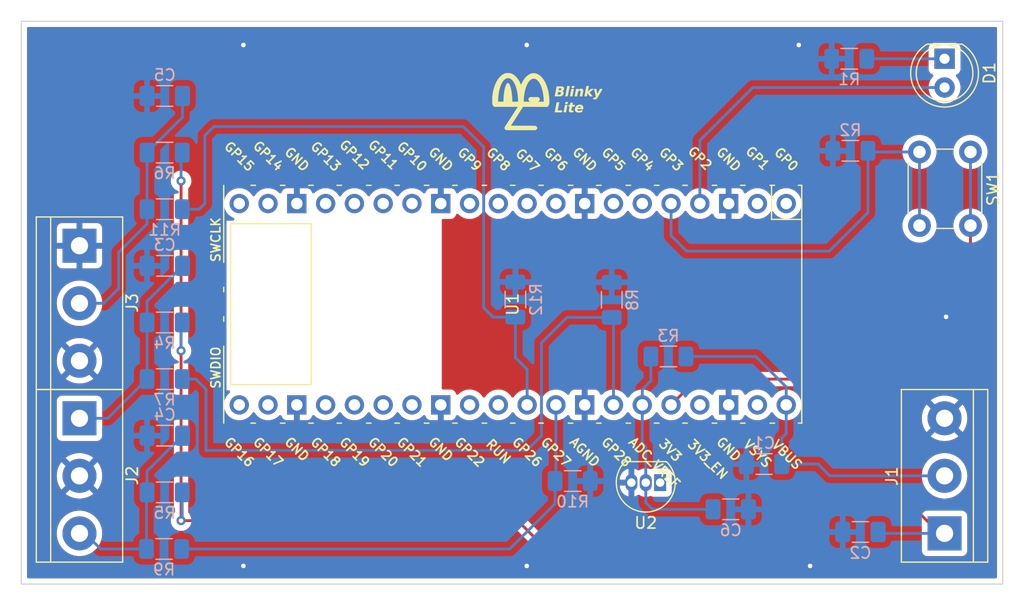
<source format=kicad_pcb>
(kicad_pcb (version 20211014) (generator pcbnew)
  (layers (0 "F.Cu" signal) (31 "B.Cu" signal) (34 "B.Paste" user) (35 "F.Paste" user) (36 "B.SilkS" user "B.Silkscreen") (37 "F.SilkS" user "F.Silkscreen") (38 "B.Mask" user) (39 "F.Mask" user) (44 "Edge.Cuts" user))
  (net 0 "")
  (net 1 "Net-(C1-Pad1)")
  (net 2 "GND")
  (net 3 "Net-(R2-Pad1)")
  (net 5 "Net-(D1-Pad1)")
  (net 23 "Net-(R3-Pad2)")
  (net 24 "Net-(D1-Pad2)")
  (net 25 "Net-(R7-Pad2)")
  (net 26 "Net-(C2-Pad2)")
  (net 31 "Net-(C3-Pad1)")
  (net 32 "Net-(C4-Pad1)")
  (net 33 "Net-(C5-Pad1)")
  (net 34 "Net-(R10-Pad1)")
  (net 35 "Net-(R11-Pad2)")
  (net 37 "Net-(SW1-Pad1)")
  (footprint "Button_Switch_THT:SW_PUSH_6mm" (layer "F.Cu") (at 184.15 61.445 -90)
    (fp_text reference "SW1" (at 3.25 -2 90) (layer "F.SilkS"))
    (fp_text value "SW_Push")
    (pad "1" thru_hole circle (at 6.5 0) (size 2 2) (drill 1.1) (layers *.Cu *.Mask) (net 37 "Net-(SW1-Pad1)"))
    (pad "1" thru_hole circle (at 0 0) (size 2 2) (drill 1.1) (layers *.Cu *.Mask) (net 37 "Net-(SW1-Pad1)"))
    (pad "2" thru_hole circle (at 0 4.5) (size 2 2) (drill 1.1) (layers *.Cu *.Mask) (net 3 "Net-(R2-Pad1)"))
    (pad "2" thru_hole circle (at 6.5 4.5) (size 2 2) (drill 1.1) (layers *.Cu *.Mask) (net 3 "Net-(R2-Pad1)"))
  )
  (footprint "TerminalBlock:TerminalBlock_bornier-3_P5.08mm" (layer "F.Cu") (at 105.537 69.723 -90)
    (fp_text reference "J3" (at 5.05 -4.65 90) (layer "F.SilkS"))
    (fp_text value "Screw_Terminal_01x03")
    (pad "1" thru_hole rect (at 0 0 270) (size 3 3) (drill 1.52) (layers *.Cu *.Mask) (net 2 "GND"))
    (pad "2" thru_hole circle (at 5.08 0 270) (size 3 3) (drill 1.52) (layers *.Cu *.Mask) (net 33 "Net-(C5-Pad1)"))
    (pad "3" thru_hole circle (at 10.16 0 270) (size 3 3) (drill 1.52) (layers *.Cu *.Mask) (net 2 "GND"))
  )
  (footprint "LED_THT:LED_D5.0mm" (layer "F.Cu") (at 181.864 53.213 -90)
    (fp_text reference "D1" (at 1.27 -3.96 90) (layer "F.SilkS"))
    (fp_text value "LED")
    (pad "1" thru_hole rect (at 0 0 270) (size 1.8 1.8) (drill 0.9) (layers *.Cu *.Mask) (net 5 "Net-(D1-Pad1)"))
    (pad "2" thru_hole circle (at 2.54 0 270) (size 1.8 1.8) (drill 0.9) (layers *.Cu *.Mask) (net 24 "Net-(D1-Pad2)"))
  )
  (footprint "MCU_RaspberryPi_and_Boards:RPi_Pico_SMD_TH" (layer "F.Cu") (at 143.764 74.89 -90)
    (fp_text reference "U1" (at 0 0 90) (layer "F.SilkS"))
    (fp_text value "Pico")
    (fp_text user "GP26" (at 13.054 -1.27 135) (layer "F.SilkS") (effects (font (size 0.8 0.8))))
    (fp_text user "GP15" (at -13.054 24.13 135) (layer "F.SilkS") (effects (font (size 0.8 0.8))))
    (fp_text user "GP1" (at -12.9 -21.6 135) (layer "F.SilkS") (effects (font (size 0.8 0.8))))
    (fp_text user "GP28" (at 13.054 -9.144 135) (layer "F.SilkS") (effects (font (size 0.8 0.8))))
    (fp_text user "GND" (at -12.8 -19.05 135) (layer "F.SilkS") (effects (font (size 0.8 0.8))))
    (fp_text user "GP20" (at 13.054 11.43 135) (layer "F.SilkS") (effects (font (size 0.8 0.8))))
    (fp_text user "GP27" (at 13.054 -3.8 135) (layer "F.SilkS") (effects (font (size 0.8 0.8))))
    (fp_text user "SWCLK" (at -5.7 26.2 90) (layer "F.SilkS") (effects (font (size 0.8 0.8))))
    (fp_text user "GND" (at 12.8 6.35 135) (layer "F.SilkS") (effects (font (size 0.8 0.8))))
    (fp_text user "GP21" (at 13.054 8.9 135) (layer "F.SilkS") (effects (font (size 0.8 0.8))))
    (fp_text user "AGND" (at 13.054 -6.35 135) (layer "F.SilkS") (effects (font (size 0.8 0.8))))
    (fp_text user "GP19" (at 13.054 13.97 135) (layer "F.SilkS") (effects (font (size 0.8 0.8))))
    (fp_text user "GP5" (at -12.8 -8.89 135) (layer "F.SilkS") (effects (font (size 0.8 0.8))))
    (fp_text user "GP6" (at -12.8 -3.81 135) (layer "F.SilkS") (effects (font (size 0.8 0.8))))
    (fp_text user "GP12" (at -13.2 13.97 135) (layer "F.SilkS") (effects (font (size 0.8 0.8))))
    (fp_text user "GP14" (at -13.1 21.59 135) (layer "F.SilkS") (effects (font (size 0.8 0.8))))
    (fp_text user "GND" (at 12.8 -19.05 135) (layer "F.SilkS") (effects (font (size 0.8 0.8))))
    (fp_text user "GND" (at 12.8 19.05 135) (layer "F.SilkS") (effects (font (size 0.8 0.8))))
    (fp_text user "GP4" (at -12.8 -11.43 135) (layer "F.SilkS") (effects (font (size 0.8 0.8))))
    (fp_text user "GP2" (at -12.9 -16.51 135) (layer "F.SilkS") (effects (font (size 0.8 0.8))))
    (fp_text user "GP0" (at -12.8 -24.13 135) (layer "F.SilkS") (effects (font (size 0.8 0.8))))
    (fp_text user "GP13" (at -13.054 16.51 135) (layer "F.SilkS") (effects (font (size 0.8 0.8))))
    (fp_text user "GP11" (at -13.2 11.43 135) (layer "F.SilkS") (effects (font (size 0.8 0.8))))
    (fp_text user "3V3" (at 12.9 -13.9 135) (layer "F.SilkS") (effects (font (size 0.8 0.8))))
    (fp_text user "GP9" (at -12.8 3.81 135) (layer "F.SilkS") (effects (font (size 0.8 0.8))))
    (fp_text user "GP8" (at -12.8 1.27 135) (layer "F.SilkS") (effects (font (size 0.8 0.8))))
    (fp_text user "3V3_EN" (at 13.7 -17.2 135) (layer "F.SilkS") (effects (font (size 0.8 0.8))))
    (fp_text user "GP22" (at 13.054 3.81 135) (layer "F.SilkS") (effects (font (size 0.8 0.8))))
    (fp_text user "GND" (at -12.8 6.35 135) (layer "F.SilkS") (effects (font (size 0.8 0.8))))
    (fp_text user "GND" (at -12.8 -6.35 135) (layer "F.SilkS") (effects (font (size 0.8 0.8))))
    (fp_text user "GP10" (at -13.054 8.89 135) (layer "F.SilkS") (effects (font (size 0.8 0.8))))
    (fp_text user "GP17" (at 13.054 21.59 135) (layer "F.SilkS") (effects (font (size 0.8 0.8))))
    (fp_text user "VSYS" (at 13.2 -21.59 135) (layer "F.SilkS") (effects (font (size 0.8 0.8))))
    (fp_text user "GP16" (at 13.054 24.13 135) (layer "F.SilkS") (effects (font (size 0.8 0.8))))
    (fp_text user "GND" (at -12.8 19.05 135) (layer "F.SilkS") (effects (font (size 0.8 0.8))))
    (fp_text user "RUN" (at 13 1.27 135) (layer "F.SilkS") (effects (font (size 0.8 0.8))))
    (fp_text user "ADC_VREF" (at 14 -12.5 135) (layer "F.SilkS") (effects (font (size 0.8 0.8))))
    (fp_text user "GP3" (at -12.8 -13.97 135) (layer "F.SilkS") (effects (font (size 0.8 0.8))))
    (fp_text user "SWDIO" (at 5.6 26.2 90) (layer "F.SilkS") (effects (font (size 0.8 0.8))))
    (fp_text user "VBUS" (at 13.3 -24.2 135) (layer "F.SilkS") (effects (font (size 0.8 0.8))))
    (fp_text user "GP7" (at -12.7 -1.3 135) (layer "F.SilkS") (effects (font (size 0.8 0.8))))
    (fp_text user "GP18" (at 13.054 16.51 135) (layer "F.SilkS") (effects (font (size 0.8 0.8))))
    (pad "1" thru_hole oval (at -8.89 -24.13 270) (size 1.7 1.7) (drill 1.02) (layers *.Cu *.Mask))
    (pad "2" thru_hole oval (at -8.89 -21.59 270) (size 1.7 1.7) (drill 1.02) (layers *.Cu *.Mask))
    (pad "3" thru_hole rect (at -8.89 -19.05 270) (size 1.7 1.7) (drill 1.02) (layers *.Cu *.Mask) (net 2 "GND"))
    (pad "4" thru_hole oval (at -8.89 -16.51 270) (size 1.7 1.7) (drill 1.02) (layers *.Cu *.Mask) (net 24 "Net-(D1-Pad2)"))
    (pad "5" thru_hole oval (at -8.89 -13.97 270) (size 1.7 1.7) (drill 1.02) (layers *.Cu *.Mask) (net 3 "Net-(R2-Pad1)"))
    (pad "6" thru_hole oval (at -8.89 -11.43 270) (size 1.7 1.7) (drill 1.02) (layers *.Cu *.Mask))
    (pad "7" thru_hole oval (at -8.89 -8.89 270) (size 1.7 1.7) (drill 1.02) (layers *.Cu *.Mask))
    (pad "8" thru_hole rect (at -8.89 -6.35 270) (size 1.7 1.7) (drill 1.02) (layers *.Cu *.Mask) (net 2 "GND"))
    (pad "9" thru_hole oval (at -8.89 -3.81 270) (size 1.7 1.7) (drill 1.02) (layers *.Cu *.Mask))
    (pad "10" thru_hole oval (at -8.89 -1.27 270) (size 1.7 1.7) (drill 1.02) (layers *.Cu *.Mask))
    (pad "11" thru_hole oval (at -8.89 1.27 270) (size 1.7 1.7) (drill 1.02) (layers *.Cu *.Mask))
    (pad "12" thru_hole oval (at -8.89 3.81 270) (size 1.7 1.7) (drill 1.02) (layers *.Cu *.Mask))
    (pad "13" thru_hole rect (at -8.89 6.35 270) (size 1.7 1.7) (drill 1.02) (layers *.Cu *.Mask) (net 2 "GND"))
    (pad "14" thru_hole oval (at -8.89 8.89 270) (size 1.7 1.7) (drill 1.02) (layers *.Cu *.Mask))
    (pad "15" thru_hole oval (at -8.89 11.43 270) (size 1.7 1.7) (drill 1.02) (layers *.Cu *.Mask))
    (pad "16" thru_hole oval (at -8.89 13.97 270) (size 1.7 1.7) (drill 1.02) (layers *.Cu *.Mask))
    (pad "17" thru_hole oval (at -8.89 16.51 270) (size 1.7 1.7) (drill 1.02) (layers *.Cu *.Mask))
    (pad "18" thru_hole rect (at -8.89 19.05 270) (size 1.7 1.7) (drill 1.02) (layers *.Cu *.Mask) (net 2 "GND"))
    (pad "19" thru_hole oval (at -8.89 21.59 270) (size 1.7 1.7) (drill 1.02) (layers *.Cu *.Mask))
    (pad "20" thru_hole oval (at -8.89 24.13 270) (size 1.7 1.7) (drill 1.02) (layers *.Cu *.Mask))
    (pad "21" thru_hole oval (at 8.89 24.13 270) (size 1.7 1.7) (drill 1.02) (layers *.Cu *.Mask))
    (pad "22" thru_hole oval (at 8.89 21.59 270) (size 1.7 1.7) (drill 1.02) (layers *.Cu *.Mask))
    (pad "23" thru_hole rect (at 8.89 19.05 270) (size 1.7 1.7) (drill 1.02) (layers *.Cu *.Mask) (net 2 "GND"))
    (pad "24" thru_hole oval (at 8.89 16.51 270) (size 1.7 1.7) (drill 1.02) (layers *.Cu *.Mask))
    (pad "25" thru_hole oval (at 8.89 13.97 270) (size 1.7 1.7) (drill 1.02) (layers *.Cu *.Mask))
    (pad "26" thru_hole oval (at 8.89 11.43 270) (size 1.7 1.7) (drill 1.02) (layers *.Cu *.Mask))
    (pad "27" thru_hole oval (at 8.89 8.89 270) (size 1.7 1.7) (drill 1.02) (layers *.Cu *.Mask))
    (pad "28" thru_hole rect (at 8.89 6.35 270) (size 1.7 1.7) (drill 1.02) (layers *.Cu *.Mask) (net 2 "GND"))
    (pad "29" thru_hole oval (at 8.89 3.81 270) (size 1.7 1.7) (drill 1.02) (layers *.Cu *.Mask))
    (pad "30" thru_hole oval (at 8.89 1.27 270) (size 1.7 1.7) (drill 1.02) (layers *.Cu *.Mask))
    (pad "31" thru_hole oval (at 8.89 -1.27 270) (size 1.7 1.7) (drill 1.02) (layers *.Cu *.Mask) (net 35 "Net-(R11-Pad2)"))
    (pad "32" thru_hole oval (at 8.89 -3.81 270) (size 1.7 1.7) (drill 1.02) (layers *.Cu *.Mask) (net 34 "Net-(R10-Pad1)"))
    (pad "33" thru_hole rect (at 8.89 -6.35 270) (size 1.7 1.7) (drill 1.02) (layers *.Cu *.Mask) (net 2 "GND"))
    (pad "34" thru_hole oval (at 8.89 -8.89 270) (size 1.7 1.7) (drill 1.02) (layers *.Cu *.Mask) (net 25 "Net-(R7-Pad2)"))
    (pad "35" thru_hole oval (at 8.89 -11.43 270) (size 1.7 1.7) (drill 1.02) (layers *.Cu *.Mask) (net 23 "Net-(R3-Pad2)"))
    (pad "36" thru_hole oval (at 8.89 -13.97 270) (size 1.7 1.7) (drill 1.02) (layers *.Cu *.Mask) (net 37 "Net-(SW1-Pad1)"))
    (pad "37" thru_hole oval (at 8.89 -16.51 270) (size 1.7 1.7) (drill 1.02) (layers *.Cu *.Mask))
    (pad "38" thru_hole rect (at 8.89 -19.05 270) (size 1.7 1.7) (drill 1.02) (layers *.Cu *.Mask) (net 2 "GND"))
    (pad "39" thru_hole oval (at 8.89 -21.59 270) (size 1.7 1.7) (drill 1.02) (layers *.Cu *.Mask))
    (pad "40" thru_hole oval (at 8.89 -24.13 270) (size 1.7 1.7) (drill 1.02) (layers *.Cu *.Mask) (net 1 "Net-(C1-Pad1)"))
  )
  (footprint "Package_TO_SOT_THT:TO-92_Inline" (layer "F.Cu") (at 156.77 90.64 180)
    (fp_text reference "U2" (at 1.27 -3.56) (layer "F.SilkS"))
    (fp_text value "LM4040LP-3")
    (pad "1" thru_hole rect (at 0 0 180) (size 1.05 1.5) (drill 0.75) (layers *.Cu *.Mask))
    (pad "2" thru_hole oval (at 1.27 0 180) (size 1.05 1.5) (drill 0.75) (layers *.Cu *.Mask) (net 23 "Net-(R3-Pad2)"))
    (pad "3" thru_hole oval (at 2.54 0 180) (size 1.05 1.5) (drill 0.75) (layers *.Cu *.Mask) (net 2 "GND"))
  )
  (footprint "TerminalBlock:TerminalBlock_bornier-3_P5.08mm" (layer "F.Cu") (at 105.537 84.963 -90)
    (fp_text reference "J2" (at 5.05 -4.65 90) (layer "F.SilkS"))
    (fp_text value "Screw_Terminal_01x03")
    (pad "1" thru_hole rect (at 0 0 270) (size 3 3) (drill 1.52) (layers *.Cu *.Mask) (net 31 "Net-(C3-Pad1)"))
    (pad "2" thru_hole circle (at 5.08 0 270) (size 3 3) (drill 1.52) (layers *.Cu *.Mask) (net 2 "GND"))
    (pad "3" thru_hole circle (at 10.16 0 270) (size 3 3) (drill 1.52) (layers *.Cu *.Mask) (net 32 "Net-(C4-Pad1)"))
  )
  (footprint "blinkyLiteLogo:blinkyLiteLogo" (layer "F.Cu") (at 147 57)
    (fp_text reference "G***" hide)
    (fp_text value "LOGO" hide)
  )
  (footprint "TerminalBlock:TerminalBlock_bornier-3_P5.08mm" (layer "F.Cu") (at 181.864 95.123 90)
    (fp_text reference "J1" (at 5.05 -4.65 90) (layer "F.SilkS"))
    (fp_text value "Screw_Terminal_01x03")
    (pad "1" thru_hole rect (at 0 0 90) (size 3 3) (drill 1.52) (layers *.Cu *.Mask) (net 26 "Net-(C2-Pad2)"))
    (pad "2" thru_hole circle (at 5.08 0 90) (size 3 3) (drill 1.52) (layers *.Cu *.Mask) (net 1 "Net-(C1-Pad1)"))
    (pad "3" thru_hole circle (at 10.16 0 90) (size 3 3) (drill 1.52) (layers *.Cu *.Mask) (net 2 "GND"))
  )
  (footprint "Resistor_SMD:R_1206_3216Metric_Pad1.30x1.75mm_HandSolder" (layer "B.Cu") (at 113.05 66.5)
    (fp_text reference "R11" (at 0 1.82) (layer "B.SilkS") (effects (justify mirror)))
    (fp_text value "82k")
    (pad "1" smd roundrect (at -1.55 0) (size 1.3 1.75) (layers "B.Cu" "B.Paste" "B.Mask") (roundrect_rratio 0.192308) (net 33 "Net-(C5-Pad1)"))
    (pad "2" smd roundrect (at 1.55 0) (size 1.3 1.75) (layers "B.Cu" "B.Paste" "B.Mask") (roundrect_rratio 0.192308) (net 35 "Net-(R11-Pad2)"))
  )
  (footprint "Capacitor_SMD:C_1206_3216Metric_Pad1.33x1.80mm_HandSolder" (layer "B.Cu") (at 174.4375 95)
    (fp_text reference "C2" (at 0 1.85) (layer "B.SilkS") (effects (justify mirror)))
    (fp_text value "1uF")
    (pad "1" smd roundrect (at -1.5625 0) (size 1.325 1.8) (layers "B.Cu" "B.Paste" "B.Mask") (roundrect_rratio 0.188679) (net 2 "GND"))
    (pad "2" smd roundrect (at 1.5625 0) (size 1.325 1.8) (layers "B.Cu" "B.Paste" "B.Mask") (roundrect_rratio 0.188679) (net 26 "Net-(C2-Pad2)"))
  )
  (footprint "Resistor_SMD:R_1206_3216Metric_Pad1.30x1.75mm_HandSolder" (layer "B.Cu") (at 173.456 53.213)
    (fp_text reference "R1" (at 0 1.82) (layer "B.SilkS") (effects (justify mirror)))
    (fp_text value "220")
    (pad "1" smd roundrect (at -1.55 0) (size 1.3 1.75) (layers "B.Cu" "B.Paste" "B.Mask") (roundrect_rratio 0.192308) (net 2 "GND"))
    (pad "2" smd roundrect (at 1.55 0) (size 1.3 1.75) (layers "B.Cu" "B.Paste" "B.Mask") (roundrect_rratio 0.192308) (net 5 "Net-(D1-Pad1)"))
  )
  (footprint "Resistor_SMD:R_1206_3216Metric_Pad1.30x1.75mm_HandSolder" (layer "B.Cu") (at 113 96.5)
    (fp_text reference "R9" (at 0 1.82) (layer "B.SilkS") (effects (justify mirror)))
    (fp_text value "82k")
    (pad "1" smd roundrect (at -1.55 0) (size 1.3 1.75) (layers "B.Cu" "B.Paste" "B.Mask") (roundrect_rratio 0.192308) (net 32 "Net-(C4-Pad1)"))
    (pad "2" smd roundrect (at 1.55 0) (size 1.3 1.75) (layers "B.Cu" "B.Paste" "B.Mask") (roundrect_rratio 0.192308) (net 34 "Net-(R10-Pad1)"))
  )
  (footprint "Capacitor_SMD:C_1206_3216Metric_Pad1.33x1.80mm_HandSolder" (layer "B.Cu") (at 113.0625 71.5 180)
    (fp_text reference "C3" (at 0 1.85) (layer "B.SilkS") (effects (justify mirror)))
    (fp_text value "1uF")
    (pad "1" smd roundrect (at -1.5625 0 180) (size 1.325 1.8) (layers "B.Cu" "B.Paste" "B.Mask") (roundrect_rratio 0.188679) (net 31 "Net-(C3-Pad1)"))
    (pad "2" smd roundrect (at 1.5625 0 180) (size 1.325 1.8) (layers "B.Cu" "B.Paste" "B.Mask") (roundrect_rratio 0.188679) (net 2 "GND"))
  )
  (footprint "Capacitor_SMD:C_1206_3216Metric_Pad1.33x1.80mm_HandSolder" (layer "B.Cu") (at 163 93)
    (fp_text reference "C6" (at 0 1.85) (layer "B.SilkS") (effects (justify mirror)))
    (fp_text value "1uF")
    (pad "1" smd roundrect (at -1.5625 0) (size 1.325 1.8) (layers "B.Cu" "B.Paste" "B.Mask") (roundrect_rratio 0.188679) (net 23 "Net-(R3-Pad2)"))
    (pad "2" smd roundrect (at 1.5625 0) (size 1.325 1.8) (layers "B.Cu" "B.Paste" "B.Mask") (roundrect_rratio 0.188679) (net 2 "GND"))
  )
  (footprint "Resistor_SMD:R_1206_3216Metric_Pad1.30x1.75mm_HandSolder" (layer "B.Cu") (at 152.5 74.5 90)
    (fp_text reference "R8" (at 0 1.82 90) (layer "B.SilkS") (effects (justify mirror)))
    (fp_text value "120k")
    (pad "1" smd roundrect (at -1.55 0 90) (size 1.3 1.75) (layers "B.Cu" "B.Paste" "B.Mask") (roundrect_rratio 0.192308) (net 25 "Net-(R7-Pad2)"))
    (pad "2" smd roundrect (at 1.55 0 90) (size 1.3 1.75) (layers "B.Cu" "B.Paste" "B.Mask") (roundrect_rratio 0.192308) (net 2 "GND"))
  )
  (footprint "Resistor_SMD:R_1206_3216Metric_Pad1.30x1.75mm_HandSolder" (layer "B.Cu") (at 144 74.477064 90)
    (fp_text reference "R12" (at 0 1.82 90) (layer "B.SilkS") (effects (justify mirror)))
    (fp_text value "120k")
    (pad "1" smd roundrect (at -1.55 0 90) (size 1.3 1.75) (layers "B.Cu" "B.Paste" "B.Mask") (roundrect_rratio 0.192308) (net 35 "Net-(R11-Pad2)"))
    (pad "2" smd roundrect (at 1.55 0 90) (size 1.3 1.75) (layers "B.Cu" "B.Paste" "B.Mask") (roundrect_rratio 0.192308) (net 2 "GND"))
  )
  (footprint "Resistor_SMD:R_1206_3216Metric_Pad1.30x1.75mm_HandSolder" (layer "B.Cu") (at 113.05 61.5)
    (fp_text reference "R6" (at 0 1.82) (layer "B.SilkS") (effects (justify mirror)))
    (fp_text value "100k")
    (pad "1" smd roundrect (at -1.55 0) (size 1.3 1.75) (layers "B.Cu" "B.Paste" "B.Mask") (roundrect_rratio 0.192308) (net 33 "Net-(C5-Pad1)"))
    (pad "2" smd roundrect (at 1.55 0) (size 1.3 1.75) (layers "B.Cu" "B.Paste" "B.Mask") (roundrect_rratio 0.192308) (net 26 "Net-(C2-Pad2)"))
  )
  (footprint "Capacitor_SMD:C_1206_3216Metric_Pad1.33x1.80mm_HandSolder" (layer "B.Cu") (at 165.9375 89 180)
    (fp_text reference "C1" (at 0 1.85) (layer "B.SilkS") (effects (justify mirror)))
    (fp_text value "1uF")
    (pad "1" smd roundrect (at -1.5625 0 180) (size 1.325 1.8) (layers "B.Cu" "B.Paste" "B.Mask") (roundrect_rratio 0.188679) (net 1 "Net-(C1-Pad1)"))
    (pad "2" smd roundrect (at 1.5625 0 180) (size 1.325 1.8) (layers "B.Cu" "B.Paste" "B.Mask") (roundrect_rratio 0.188679) (net 2 "GND"))
  )
  (footprint "Resistor_SMD:R_1206_3216Metric_Pad1.30x1.75mm_HandSolder" (layer "B.Cu") (at 157.5 79.5 180)
    (fp_text reference "R3" (at 0 1.82) (layer "B.SilkS") (effects (justify mirror)))
    (fp_text value "220")
    (pad "1" smd roundrect (at -1.55 0 180) (size 1.3 1.75) (layers "B.Cu" "B.Paste" "B.Mask") (roundrect_rratio 0.192308) (net 1 "Net-(C1-Pad1)"))
    (pad "2" smd roundrect (at 1.55 0 180) (size 1.3 1.75) (layers "B.Cu" "B.Paste" "B.Mask") (roundrect_rratio 0.192308) (net 23 "Net-(R3-Pad2)"))
  )
  (footprint "Resistor_SMD:R_1206_3216Metric_Pad1.30x1.75mm_HandSolder" (layer "B.Cu") (at 149.05 90.5)
    (fp_text reference "R10" (at 0 1.82) (layer "B.SilkS") (effects (justify mirror)))
    (fp_text value "120k")
    (pad "1" smd roundrect (at -1.55 0) (size 1.3 1.75) (layers "B.Cu" "B.Paste" "B.Mask") (roundrect_rratio 0.192308) (net 34 "Net-(R10-Pad1)"))
    (pad "2" smd roundrect (at 1.55 0) (size 1.3 1.75) (layers "B.Cu" "B.Paste" "B.Mask") (roundrect_rratio 0.192308) (net 2 "GND"))
  )
  (footprint "Resistor_SMD:R_1206_3216Metric_Pad1.30x1.75mm_HandSolder" (layer "B.Cu") (at 113.05 81.5)
    (fp_text reference "R7" (at 0 1.82) (layer "B.SilkS") (effects (justify mirror)))
    (fp_text value "82k")
    (pad "1" smd roundrect (at -1.55 0) (size 1.3 1.75) (layers "B.Cu" "B.Paste" "B.Mask") (roundrect_rratio 0.192308) (net 31 "Net-(C3-Pad1)"))
    (pad "2" smd roundrect (at 1.55 0) (size 1.3 1.75) (layers "B.Cu" "B.Paste" "B.Mask") (roundrect_rratio 0.192308) (net 25 "Net-(R7-Pad2)"))
  )
  (footprint "Resistor_SMD:R_1206_3216Metric_Pad1.30x1.75mm_HandSolder" (layer "B.Cu") (at 113.05 76.5)
    (fp_text reference "R4" (at 0 1.82) (layer "B.SilkS") (effects (justify mirror)))
    (fp_text value "100k")
    (pad "1" smd roundrect (at -1.55 0) (size 1.3 1.75) (layers "B.Cu" "B.Paste" "B.Mask") (roundrect_rratio 0.192308) (net 31 "Net-(C3-Pad1)"))
    (pad "2" smd roundrect (at 1.55 0) (size 1.3 1.75) (layers "B.Cu" "B.Paste" "B.Mask") (roundrect_rratio 0.192308) (net 26 "Net-(C2-Pad2)"))
  )
  (footprint "Capacitor_SMD:C_1206_3216Metric_Pad1.33x1.80mm_HandSolder" (layer "B.Cu") (at 113.0625 86.5 180)
    (fp_text reference "C4" (at 0 1.85) (layer "B.SilkS") (effects (justify mirror)))
    (fp_text value "1uF")
    (pad "1" smd roundrect (at -1.5625 0 180) (size 1.325 1.8) (layers "B.Cu" "B.Paste" "B.Mask") (roundrect_rratio 0.188679) (net 32 "Net-(C4-Pad1)"))
    (pad "2" smd roundrect (at 1.5625 0 180) (size 1.325 1.8) (layers "B.Cu" "B.Paste" "B.Mask") (roundrect_rratio 0.188679) (net 2 "GND"))
  )
  (footprint "Capacitor_SMD:C_1206_3216Metric_Pad1.33x1.80mm_HandSolder" (layer "B.Cu") (at 113.0625 56.5 180)
    (fp_text reference "C5" (at 0 1.85) (layer "B.SilkS") (effects (justify mirror)))
    (fp_text value "1uF")
    (pad "1" smd roundrect (at -1.5625 0 180) (size 1.325 1.8) (layers "B.Cu" "B.Paste" "B.Mask") (roundrect_rratio 0.188679) (net 33 "Net-(C5-Pad1)"))
    (pad "2" smd roundrect (at 1.5625 0 180) (size 1.325 1.8) (layers "B.Cu" "B.Paste" "B.Mask") (roundrect_rratio 0.188679) (net 2 "GND"))
  )
  (footprint "Resistor_SMD:R_1206_3216Metric_Pad1.30x1.75mm_HandSolder" (layer "B.Cu") (at 113.05 91.5)
    (fp_text reference "R5" (at 0 1.82) (layer "B.SilkS") (effects (justify mirror)))
    (fp_text value "100k")
    (pad "1" smd roundrect (at -1.55 0) (size 1.3 1.75) (layers "B.Cu" "B.Paste" "B.Mask") (roundrect_rratio 0.192308) (net 32 "Net-(C4-Pad1)"))
    (pad "2" smd roundrect (at 1.55 0) (size 1.3 1.75) (layers "B.Cu" "B.Paste" "B.Mask") (roundrect_rratio 0.192308) (net 26 "Net-(C2-Pad2)"))
  )
  (footprint "Resistor_SMD:R_1206_3216Metric_Pad1.30x1.75mm_HandSolder" (layer "B.Cu") (at 173.556 61.341 180)
    (fp_text reference "R2" (at 0 1.82) (layer "B.SilkS") (effects (justify mirror)))
    (fp_text value "10k")
    (pad "1" smd roundrect (at -1.55 0 180) (size 1.3 1.75) (layers "B.Cu" "B.Paste" "B.Mask") (roundrect_rratio 0.192308) (net 3 "Net-(R2-Pad1)"))
    (pad "2" smd roundrect (at 1.55 0 180) (size 1.3 1.75) (layers "B.Cu" "B.Paste" "B.Mask") (roundrect_rratio 0.192308) (net 2 "GND"))
  )
  (gr_rect (start 100.4 99.6) (end 187 49.9) (layer "Edge.Cuts") (width 0.1) (fill none))
  (segment (start 171.743 90.043) (end 181.864 90.043) (width 0.25) (layer "B.Cu") (net 1))
  (segment (start 159.05 79.5) (end 165.2 79.5) (width 0.25) (layer "B.Cu") (net 1))
  (segment (start 170.7 89) (end 171.743 90.043) (width 0.25) (layer "B.Cu") (net 1))
  (segment (start 167.894 82.194) (end 167.894 83.78) (width 0.25) (layer "B.Cu") (net 1))
  (segment (start 167.894 86.306) (end 167.894 83.78) (width 0.25) (layer "B.Cu") (net 1))
  (segment (start 167.5 86.7) (end 167.894 86.306) (width 0.25) (layer "B.Cu") (net 1))
  (segment (start 165.2 79.5) (end 167.894 82.194) (width 0.25) (layer "B.Cu") (net 1))
  (segment (start 167.5 89) (end 170.7 89) (width 0.25) (layer "B.Cu") (net 1))
  (segment (start 167.5 89) (end 167.5 86.7) (width 0.25) (layer "B.Cu") (net 1))
  (via (at 169 52) (size 0.8) (drill 0.4) (layers "F.Cu" "B.Cu") (net 2))
  (via (at 145 52) (size 0.8) (drill 0.4) (layers "F.Cu" "B.Cu") (net 2))
  (via (at 145 98) (size 0.8) (drill 0.4) (layers "F.Cu" "B.Cu") (net 2))
  (via (at 170 98) (size 0.8) (drill 0.4) (layers "F.Cu" "B.Cu") (net 2))
  (via (at 182 76) (size 0.8) (drill 0.4) (layers "F.Cu" "B.Cu") (net 2))
  (via (at 120 98) (size 0.8) (drill 0.4) (layers "F.Cu" "B.Cu") (net 2))
  (via (at 120 52) (size 0.8) (drill 0.4) (layers "F.Cu" "B.Cu") (net 2))
  (segment (start 175.106 61.341) (end 175.106 66.794) (width 0.25) (layer "B.Cu") (net 3))
  (segment (start 175.21 61.445) (end 179.65 61.445) (width 0.25) (layer "B.Cu") (net 3))
  (segment (start 159.1 70.2) (end 157.734 68.834) (width 0.25) (layer "B.Cu") (net 3))
  (segment (start 179.65 61.445) (end 179.65 67.945) (width 0.25) (layer "B.Cu") (net 3))
  (segment (start 157.734 68.834) (end 157.734 66) (width 0.25) (layer "B.Cu") (net 3))
  (segment (start 171.7 70.2) (end 159.1 70.2) (width 0.25) (layer "B.Cu") (net 3))
  (segment (start 175.106 61.341) (end 175.21 61.445) (width 0.25) (layer "B.Cu") (net 3))
  (segment (start 175.106 66.794) (end 171.7 70.2) (width 0.25) (layer "B.Cu") (net 3))
  (segment (start 175.006 53.213) (end 181.864 53.213) (width 0.25) (layer "B.Cu") (net 5))
  (segment (start 155.95 81.65) (end 155.194 82.406) (width 0.25) (layer "B.Cu") (net 23))
  (segment (start 155.95 79.5) (end 155.95 81.65) (width 0.25) (layer "B.Cu") (net 23))
  (segment (start 155.194 82.406) (end 155.194 83.78) (width 0.25) (layer "B.Cu") (net 23))
  (segment (start 155.5 87.5) (end 155.5 90.64) (width 0.25) (layer "B.Cu") (net 23))
  (segment (start 156.1 93) (end 155.5 92.4) (width 0.25) (layer "B.Cu") (net 23))
  (segment (start 155.5 92.4) (end 155.5 90.64) (width 0.25) (layer "B.Cu") (net 23))
  (segment (start 155.194 83.78) (end 155.194 87.194) (width 0.25) (layer "B.Cu") (net 23))
  (segment (start 161.4375 93) (end 156.1 93) (width 0.25) (layer "B.Cu") (net 23))
  (segment (start 155.194 87.194) (end 155.5 87.5) (width 0.25) (layer "B.Cu") (net 23))
  (segment (start 181.864 55.753) (end 164.947 55.753) (width 0.25) (layer "B.Cu") (net 24))
  (segment (start 160.274 60.426) (end 160.274 66) (width 0.25) (layer "B.Cu") (net 24))
  (segment (start 164.947 55.753) (end 160.274 60.426) (width 0.25) (layer "B.Cu") (net 24))
  (segment (start 146.3 86.5) (end 146.3 78.3) (width 0.25) (layer "B.Cu") (net 25))
  (segment (start 114.6 81.5) (end 115.8 81.5) (width 0.25) (layer "B.Cu") (net 25))
  (segment (start 152.654 83.78) (end 152.654 76.204) (width 0.25) (layer "B.Cu") (net 25))
  (segment (start 146.3 78.3) (end 148.55 76.05) (width 0.25) (layer "B.Cu") (net 25))
  (segment (start 116.7 87.8) (end 145 87.8) (width 0.25) (layer "B.Cu") (net 25))
  (segment (start 145 87.8) (end 146.3 86.5) (width 0.25) (layer "B.Cu") (net 25))
  (segment (start 152.654 76.204) (end 152.5 76.05) (width 0.25) (layer "B.Cu") (net 25))
  (segment (start 116.7 82.4) (end 116.7 87.8) (width 0.25) (layer "B.Cu") (net 25))
  (segment (start 148.55 76.05) (end 152.5 76.05) (width 0.25) (layer "B.Cu") (net 25))
  (segment (start 115.8 81.5) (end 116.7 82.4) (width 0.25) (layer "B.Cu") (net 25))
  (segment (start 144.2 94) (end 146 95.8) (width 0.25) (layer "F.Cu") (net 26))
  (segment (start 114.5 94) (end 144.2 94) (width 0.25) (layer "F.Cu") (net 26))
  (segment (start 178 91.7) (end 181.423 95.123) (width 0.25) (layer "F.Cu") (net 26))
  (segment (start 114.5 94) (end 114.5 79) (width 0.25) (layer "F.Cu") (net 26))
  (segment (start 166.5 95.8) (end 170.6 91.7) (width 0.25) (layer "F.Cu") (net 26))
  (segment (start 114.5 79) (end 114.5 64) (width 0.25) (layer "F.Cu") (net 26))
  (segment (start 170.6 91.7) (end 178 91.7) (width 0.25) (layer "F.Cu") (net 26))
  (segment (start 146 95.8) (end 166.5 95.8) (width 0.25) (layer "F.Cu") (net 26))
  (segment (start 181.423 95.123) (end 181.864 95.123) (width 0.25) (layer "F.Cu") (net 26))
  (via (at 114.5 94) (size 0.8) (drill 0.4) (layers "F.Cu" "B.Cu") (net 26))
  (via (at 114.5 79) (size 0.8) (drill 0.4) (layers "F.Cu" "B.Cu") (net 26))
  (via (at 114.5 64) (size 0.8) (drill 0.4) (layers "F.Cu" "B.Cu") (net 26))
  (segment (start 114.6 93.9) (end 114.5 94) (width 0.25) (layer "B.Cu") (net 26))
  (segment (start 114.5 61.6) (end 114.6 61.5) (width 0.25) (layer "B.Cu") (net 26))
  (segment (start 114.5 64) (end 114.5 61.6) (width 0.25) (layer "B.Cu") (net 26))
  (segment (start 114.5 76.6) (end 114.6 76.5) (width 0.25) (layer "B.Cu") (net 26))
  (segment (start 114.6 91.5) (end 114.6 93.9) (width 0.25) (layer "B.Cu") (net 26))
  (segment (start 176.123 95.123) (end 176 95) (width 0.25) (layer "B.Cu") (net 26))
  (segment (start 181.864 95.123) (end 176.123 95.123) (width 0.25) (layer "B.Cu") (net 26))
  (segment (start 114.5 79) (end 114.5 76.6) (width 0.25) (layer "B.Cu") (net 26))
  (segment (start 111.5 76.5) (end 111.5 74.625) (width 0.25) (layer "B.Cu") (net 31))
  (segment (start 111.5 81.5) (end 111.5 76.5) (width 0.25) (layer "B.Cu") (net 31))
  (segment (start 108.037 84.963) (end 105.537 84.963) (width 0.25) (layer "B.Cu") (net 31))
  (segment (start 111.5 74.625) (end 114.625 71.5) (width 0.25) (layer "B.Cu") (net 31))
  (segment (start 111.5 81.5) (end 108.037 84.963) (width 0.25) (layer "B.Cu") (net 31))
  (segment (start 106.023 95.123) (end 105.537 95.123) (width 0.25) (layer "B.Cu") (net 32))
  (segment (start 111.5 89.625) (end 114.625 86.5) (width 0.25) (layer "B.Cu") (net 32))
  (segment (start 107.4 96.5) (end 106.023 95.123) (width 0.25) (layer "B.Cu") (net 32))
  (segment (start 111.5 91.5) (end 111.5 89.625) (width 0.25) (layer "B.Cu") (net 32))
  (segment (start 111.45 91.55) (end 111.5 91.5) (width 0.25) (layer "B.Cu") (net 32))
  (segment (start 111.45 96.5) (end 111.45 91.55) (width 0.25) (layer "B.Cu") (net 32))
  (segment (start 111.45 96.5) (end 107.4 96.5) (width 0.25) (layer "B.Cu") (net 32))
  (segment (start 107.697 74.803) (end 105.537 74.803) (width 0.25) (layer "B.Cu") (net 33))
  (segment (start 114.625 58.375) (end 114.625 56.5) (width 0.25) (layer "B.Cu") (net 33))
  (segment (start 109 73.5) (end 107.697 74.803) (width 0.25) (layer "B.Cu") (net 33))
  (segment (start 111.5 66.5) (end 111.5 67.8) (width 0.25) (layer "B.Cu") (net 33))
  (segment (start 111.5 67.8) (end 109 70.3) (width 0.25) (layer "B.Cu") (net 33))
  (segment (start 109 70.3) (end 109 73.5) (width 0.25) (layer "B.Cu") (net 33))
  (segment (start 111.5 66.5) (end 111.5 61.5) (width 0.25) (layer "B.Cu") (net 33))
  (segment (start 111.5 61.5) (end 114.625 58.375) (width 0.25) (layer "B.Cu") (net 33))
  (segment (start 143.5 96.5) (end 147.5 92.5) (width 0.25) (layer "B.Cu") (net 34))
  (segment (start 114.55 96.5) (end 143.5 96.5) (width 0.25) (layer "B.Cu") (net 34))
  (segment (start 147.5 90.5) (end 147.574 90.426) (width 0.25) (layer "B.Cu") (net 34))
  (segment (start 147.574 90.426) (end 147.574 83.78) (width 0.25) (layer "B.Cu") (net 34))
  (segment (start 147.5 92.5) (end 147.5 90.5) (width 0.25) (layer "B.Cu") (net 34))
  (segment (start 141.2 61) (end 141.2 75.2) (width 0.25) (layer "B.Cu") (net 35))
  (segment (start 144 79.6) (end 145.034 80.634) (width 0.25) (layer "B.Cu") (net 35))
  (segment (start 145.034 80.634) (end 145.034 83.78) (width 0.25) (layer "B.Cu") (net 35))
  (segment (start 114.6 66.5) (end 116.1 66.5) (width 0.25) (layer "B.Cu") (net 35))
  (segment (start 139.4 59.2) (end 141.2 61) (width 0.25) (layer "B.Cu") (net 35))
  (segment (start 116.1 66.5) (end 116.6 66) (width 0.25) (layer "B.Cu") (net 35))
  (segment (start 144 76.027064) (end 144 79.6) (width 0.25) (layer "B.Cu") (net 35))
  (segment (start 141.2 75.2) (end 142.027064 76.027064) (width 0.25) (layer "B.Cu") (net 35))
  (segment (start 116.6 66) (end 116.6 60) (width 0.25) (layer "B.Cu") (net 35))
  (segment (start 117.4 59.2) (end 139.4 59.2) (width 0.25) (layer "B.Cu") (net 35))
  (segment (start 142.027064 76.027064) (end 144 76.027064) (width 0.25) (layer "B.Cu") (net 35))
  (segment (start 116.6 60) (end 117.4 59.2) (width 0.25) (layer "B.Cu") (net 35))
  (segment (start 184.15 69.45) (end 184.15 67.945) (width 0.25) (layer "F.Cu") (net 37))
  (segment (start 157.734 83.78) (end 160.014 81.5) (width 0.25) (layer "F.Cu") (net 37))
  (segment (start 160.014 81.5) (end 172.1 81.5) (width 0.25) (layer "F.Cu") (net 37))
  (segment (start 172.1 81.5) (end 184.15 69.45) (width 0.25) (layer "F.Cu") (net 37))
  (segment (start 184.15 61.445) (end 184.15 67.945) (width 0.25) (layer "B.Cu") (net 37))
  (zone (net 0) (net_name "") (layers F&B.Cu "Edge.Cuts") (connect_pads (clearance 0)) (min_thickness 0.254)
    (keepout (tracks not_allowed) (vias not_allowed) (pads not_allowed) (copperpour not_allowed) (footprints allowed))
    (fill (thermal_gap 0.508) (thermal_bridge_width 0.508))
    (polygon (pts (xy 137.5 82.5) (xy 118.5 82.5) (xy 118.5 67.5) (xy 137.5 67.5)))
  )
  (zone (net 2) (net_name "GND") (layer "F.Cu") (connect_pads (clearance 0.508)) (min_thickness 0.254) (fill yes (thermal_gap 0.508) (thermal_bridge_width 0.508))
    (polygon (pts (xy 188 101) (xy 99 101) (xy 99 49) (xy 188 49)))
  )
  (zone (net 2) (net_name "GND") (layer "B.Cu") (connect_pads (clearance 0.508)) (min_thickness 0.254) (fill yes (thermal_gap 0.508) (thermal_bridge_width 0.508))
    (polygon (pts (xy 188 101) (xy 99 101) (xy 99 49) (xy 188 49)))
  )
)
</source>
